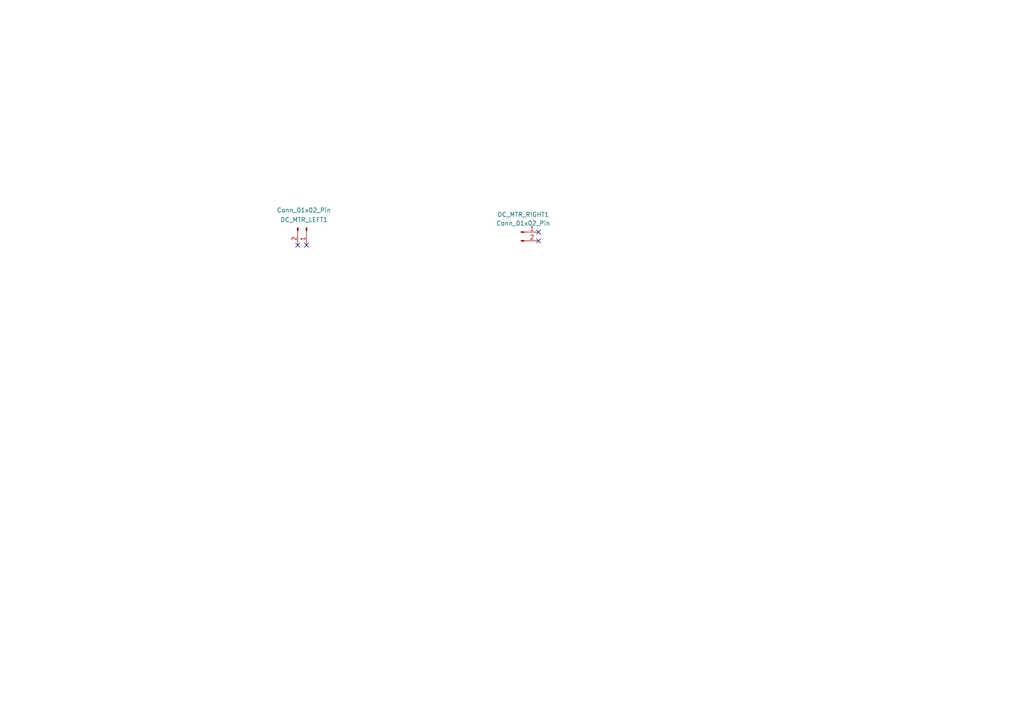
<source format=kicad_sch>
(kicad_sch (version 20231120) (generator "eeschema") (generator_version "8.0")
  (paper "A4")
  (lib_symbols
    (symbol "Connector:Conn_01x02_Pin" (pin_names (offset 1.016) hide)
      (property "Reference" "J" (at 0 2.54 0))
      (property "Value" "Conn_01x02_Pin" (at 0 -5.08 0))
      (symbol "Conn_01x02_Pin_1_1"
        (polyline (pts (xy 1.27 -2.54) (xy 0.8636 -2.54)) (stroke (width 0.1524)))
        (polyline (pts (xy 1.27 0) (xy 0.8636 0)) (stroke (width 0.1524)))
        (rectangle (start 0.8636 -2.413) (end 0 -2.667) (stroke (width 0.1524)) (fill (type outline)))
        (rectangle (start 0.8636 0.127) (end 0 -0.127) (stroke (width 0.1524)) (fill (type outline)))
        (pin passive line (at 5.08 0 180) (length 3.81) (name "Pin_1") (number "1"))
        (pin passive line (at 5.08 -2.54 180) (length 3.81) (name "Pin_2") (number "2"))
      )
    )
  )
  (no_connect (at 86.36 71.12))
  (no_connect (at 156.21 69.85))
  (no_connect (at 88.9 71.12))
  (no_connect (at 156.21 67.31))
  (symbol (lib_id "Connector:Conn_01x02_Pin") (at 88.9 66.04 270) (unit 1)
    (property "Reference" "DC_MTR_LEFT1" (at 81.28 63.754 90) (effects (justify left)))
    (property "Value" "Conn_01x02_Pin" (at 80.264 60.96 90) (effects (justify left)))
    (property "Footprint" "Connector_PinSocket_2.54mm:PinSocket_1x02_P2.54mm_Vertical_SMD_Pin1Left" (effects (hide yes)))
    (property "Description" "Generic connector, single row, 01x02, script generated" (effects (hide yes)))
  )
  (symbol (lib_id "Connector:Conn_01x02_Pin") (at 151.13 67.31 0) (unit 1)
    (property "Reference" "DC_MTR_RIGHT1" (at 151.765 62.23 0))
    (property "Value" "Conn_01x02_Pin" (at 151.765 64.77 0))
    (property "Footprint" "Connector_PinSocket_2.54mm:PinSocket_1x02_P2.54mm_Vertical_SMD_Pin1Left" (effects (hide yes)))
    (property "Description" "Generic connector, single row, 01x02, script generated" (effects (hide yes)))
  )
)
</source>
